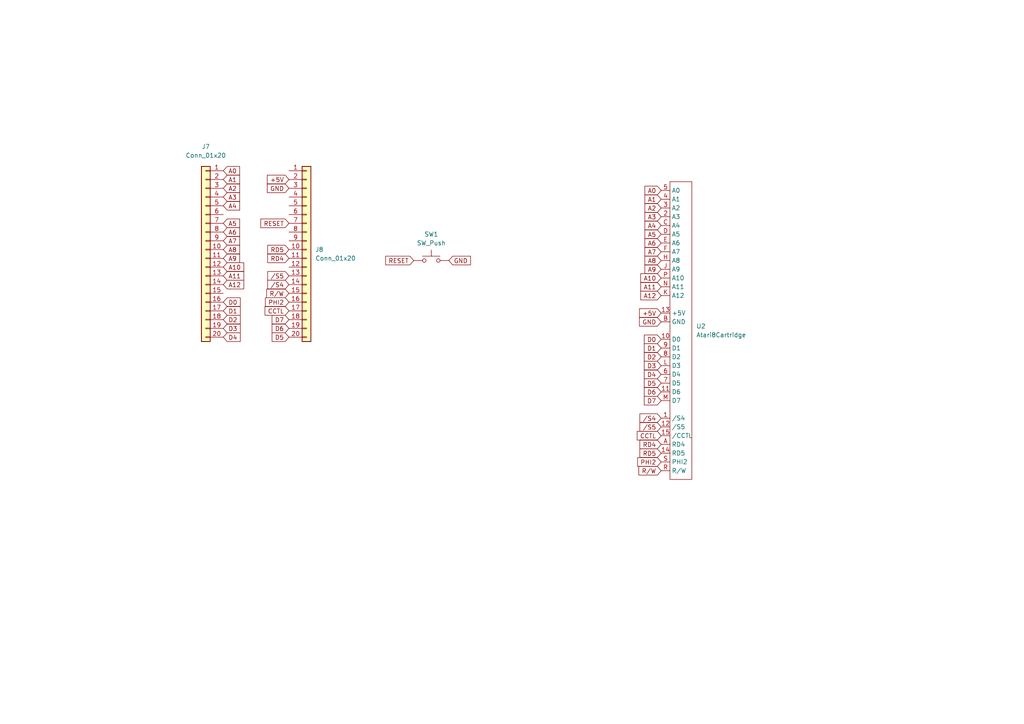
<source format=kicad_sch>
(kicad_sch (version 20211123) (generator eeschema)
  (paper "A4")
  (lib_symbols
    (symbol "Atari 8-bit Cartridge:Atari8Cartridge"
      (property "Reference" "U" (at 0 0 0))
      (property "Value" "Atari8Cartridge" (at 0 -2.54 0))
      (symbol "Atari8Cartridge_0_1"
        (rectangle (start 8.89 2.54) (end 2.54 88.9))
      )
      (symbol "Atari8Cartridge_1_1"
        (pin passive line (at 0 20.32 0) (length 2.54) (name "/S4") (number "1"))
        (pin passive line (at 0 43.18 0) (length 2.54) (name "D0") (number "10"))
        (pin passive line (at 0 27.94 0) (length 2.54) (name "D6") (number "11"))
        (pin passive line (at 0 17.78 0) (length 2.54) (name "/S5") (number "12"))
        (pin passive line (at 0 50.8 0) (length 2.54) (name "+5V") (number "13"))
        (pin passive line (at 0 10.16 0) (length 2.54) (name "RD5") (number "14"))
        (pin passive line (at 0 15.24 0) (length 2.54) (name "/CCTL") (number "15"))
        (pin passive line (at 0 78.74 0) (length 2.54) (name "A3") (number "2"))
        (pin passive line (at 0 81.28 0) (length 2.54) (name "A2") (number "3"))
        (pin passive line (at 0 83.82 0) (length 2.54) (name "A1") (number "4"))
        (pin passive line (at 0 86.36 0) (length 2.54) (name "A0") (number "5"))
        (pin passive line (at 0 33.02 0) (length 2.54) (name "D4") (number "6"))
        (pin passive line (at 0 30.48 0) (length 2.54) (name "D5") (number "7"))
        (pin passive line (at 0 38.1 0) (length 2.54) (name "D2") (number "8"))
        (pin passive line (at 0 40.64 0) (length 2.54) (name "D1") (number "9"))
        (pin passive line (at 0 12.7 0) (length 2.54) (name "RD4") (number "A"))
        (pin passive line (at 0 48.26 0) (length 2.54) (name "GND") (number "B"))
        (pin passive line (at 0 76.2 0) (length 2.54) (name "A4") (number "C"))
        (pin passive line (at 0 73.66 0) (length 2.54) (name "A5") (number "D"))
        (pin passive line (at 0 71.12 0) (length 2.54) (name "A6") (number "E"))
        (pin passive line (at 0 68.58 0) (length 2.54) (name "A7") (number "F"))
        (pin passive line (at 0 66.04 0) (length 2.54) (name "A8") (number "H"))
        (pin passive line (at 0 63.5 0) (length 2.54) (name "A9") (number "J"))
        (pin passive line (at 0 55.88 0) (length 2.54) (name "A12") (number "K"))
        (pin passive line (at 0 35.56 0) (length 2.54) (name "D3") (number "L"))
        (pin passive line (at 0 25.4 0) (length 2.54) (name "D7") (number "M"))
        (pin passive line (at 0 58.42 0) (length 2.54) (name "A11") (number "N"))
        (pin passive line (at 0 60.96 0) (length 2.54) (name "A10") (number "P"))
        (pin passive line (at 0 5.08 0) (length 2.54) (name "R/W") (number "R"))
        (pin passive line (at 0 7.62 0) (length 2.54) (name "PHI2") (number "S"))
      )
    )
    (symbol "Connector_Generic:Conn_01x20" (pin_names (offset 1.016) hide)
      (property "Reference" "J" (at 0 25.4 0))
      (property "Value" "Conn_01x20" (at 0 -27.94 0))
      (symbol "Conn_01x20_1_1"
        (rectangle (start -1.27 -25.273) (end 0 -25.527) (stroke (width 0.1524)))
        (rectangle (start -1.27 -22.733) (end 0 -22.987) (stroke (width 0.1524)))
        (rectangle (start -1.27 -20.193) (end 0 -20.447) (stroke (width 0.1524)))
        (rectangle (start -1.27 -17.653) (end 0 -17.907) (stroke (width 0.1524)))
        (rectangle (start -1.27 -15.113) (end 0 -15.367) (stroke (width 0.1524)))
        (rectangle (start -1.27 -12.573) (end 0 -12.827) (stroke (width 0.1524)))
        (rectangle (start -1.27 -10.033) (end 0 -10.287) (stroke (width 0.1524)))
        (rectangle (start -1.27 -7.493) (end 0 -7.747) (stroke (width 0.1524)))
        (rectangle (start -1.27 -4.953) (end 0 -5.207) (stroke (width 0.1524)))
        (rectangle (start -1.27 -2.413) (end 0 -2.667) (stroke (width 0.1524)))
        (rectangle (start -1.27 0.127) (end 0 -0.127) (stroke (width 0.1524)))
        (rectangle (start -1.27 2.667) (end 0 2.413) (stroke (width 0.1524)))
        (rectangle (start -1.27 5.207) (end 0 4.953) (stroke (width 0.1524)))
        (rectangle (start -1.27 7.747) (end 0 7.493) (stroke (width 0.1524)))
        (rectangle (start -1.27 10.287) (end 0 10.033) (stroke (width 0.1524)))
        (rectangle (start -1.27 12.827) (end 0 12.573) (stroke (width 0.1524)))
        (rectangle (start -1.27 15.367) (end 0 15.113) (stroke (width 0.1524)))
        (rectangle (start -1.27 17.907) (end 0 17.653) (stroke (width 0.1524)))
        (rectangle (start -1.27 20.447) (end 0 20.193) (stroke (width 0.1524)))
        (rectangle (start -1.27 22.987) (end 0 22.733) (stroke (width 0.1524)))
        (rectangle (start -1.27 24.13) (end 1.27 -26.67) (stroke (width 0.254)) (fill (type background)))
        (pin passive line (at -5.08 22.86 0) (length 3.81) (name "Pin_1") (number "1"))
        (pin passive line (at -5.08 0 0) (length 3.81) (name "Pin_10") (number "10"))
        (pin passive line (at -5.08 -2.54 0) (length 3.81) (name "Pin_11") (number "11"))
        (pin passive line (at -5.08 -5.08 0) (length 3.81) (name "Pin_12") (number "12"))
        (pin passive line (at -5.08 -7.62 0) (length 3.81) (name "Pin_13") (number "13"))
        (pin passive line (at -5.08 -10.16 0) (length 3.81) (name "Pin_14") (number "14"))
        (pin passive line (at -5.08 -12.7 0) (length 3.81) (name "Pin_15") (number "15"))
        (pin passive line (at -5.08 -15.24 0) (length 3.81) (name "Pin_16") (number "16"))
        (pin passive line (at -5.08 -17.78 0) (length 3.81) (name "Pin_17") (number "17"))
        (pin passive line (at -5.08 -20.32 0) (length 3.81) (name "Pin_18") (number "18"))
        (pin passive line (at -5.08 -22.86 0) (length 3.81) (name "Pin_19") (number "19"))
        (pin passive line (at -5.08 20.32 0) (length 3.81) (name "Pin_2") (number "2"))
        (pin passive line (at -5.08 -25.4 0) (length 3.81) (name "Pin_20") (number "20"))
        (pin passive line (at -5.08 17.78 0) (length 3.81) (name "Pin_3") (number "3"))
        (pin passive line (at -5.08 15.24 0) (length 3.81) (name "Pin_4") (number "4"))
        (pin passive line (at -5.08 12.7 0) (length 3.81) (name "Pin_5") (number "5"))
        (pin passive line (at -5.08 10.16 0) (length 3.81) (name "Pin_6") (number "6"))
        (pin passive line (at -5.08 7.62 0) (length 3.81) (name "Pin_7") (number "7"))
        (pin passive line (at -5.08 5.08 0) (length 3.81) (name "Pin_8") (number "8"))
        (pin passive line (at -5.08 2.54 0) (length 3.81) (name "Pin_9") (number "9"))
      )
    )
    (symbol "Switch:SW_Push" (pin_numbers hide) (pin_names (offset 1.016) hide)
      (property "Reference" "SW" (at 1.27 2.54 0))
      (property "Value" "SW_Push" (at 0 -1.524 0))
      (symbol "SW_Push_0_1"
        (circle (center -2.032 0) (radius 0.508))
        (polyline (pts (xy 0 1.27) (xy 0 3.048)))
        (polyline (pts (xy 2.54 1.27) (xy -2.54 1.27)))
        (circle (center 2.032 0) (radius 0.508))
        (pin passive line (at -5.08 0 0) (length 2.54) (name "1") (number "1"))
        (pin passive line (at 5.08 0 180) (length 2.54) (name "2") (number "2"))
      )
    )
  )
  (global_label "{slash}S5" (shape input) (at 191.77 123.825 180) (property "Intersheet References" "${INTERSHEET_REFS}" (effects hide)))
  (global_label "{slash}S4" (shape input) (at 83.82 82.55 180) (property "Intersheet References" "${INTERSHEET_REFS}" (effects hide)))
  (global_label "A0" (shape input) (at 191.77 55.245 180) (property "Intersheet References" "${INTERSHEET_REFS}" (effects hide)))
  (global_label "A3" (shape input) (at 64.77 57.15 0) (property "Intersheet References" "${INTERSHEET_REFS}" (effects hide)))
  (global_label "+5V" (shape input) (at 191.77 90.805 180) (property "Intersheet References" "${INTERSHEET_REFS}" (effects hide)))
  (global_label "A1" (shape input) (at 191.77 57.785 180) (property "Intersheet References" "${INTERSHEET_REFS}" (effects hide)))
  (global_label "A12" (shape input) (at 191.77 85.725 180) (property "Intersheet References" "${INTERSHEET_REFS}" (effects hide)))
  (global_label "RD4" (shape input) (at 191.77 128.905 180) (property "Intersheet References" "${INTERSHEET_REFS}" (effects hide)))
  (global_label "A7" (shape input) (at 64.77 69.85 0) (property "Intersheet References" "${INTERSHEET_REFS}" (effects hide)))
  (global_label "A5" (shape input) (at 191.77 67.945 180) (property "Intersheet References" "${INTERSHEET_REFS}" (effects hide)))
  (global_label "A10" (shape input) (at 191.77 80.645 180) (property "Intersheet References" "${INTERSHEET_REFS}" (effects hide)))
  (global_label "PHI2" (shape input) (at 191.77 133.985 180) (property "Intersheet References" "${INTERSHEET_REFS}" (effects hide)))
  (global_label "GND" (shape input) (at 130.175 75.565 0) (property "Intersheet References" "${INTERSHEET_REFS}" (effects hide)))
  (global_label "A2" (shape input) (at 64.77 54.61 0) (property "Intersheet References" "${INTERSHEET_REFS}" (effects hide)))
  (global_label "RD5" (shape input) (at 83.82 72.39 180) (property "Intersheet References" "${INTERSHEET_REFS}" (effects hide)))
  (global_label "+5V" (shape input) (at 83.82 52.07 180) (property "Intersheet References" "${INTERSHEET_REFS}" (effects hide)))
  (global_label "D1" (shape input) (at 64.77 90.17 0) (property "Intersheet References" "${INTERSHEET_REFS}" (effects hide)))
  (global_label "D7" (shape input) (at 191.77 116.205 180) (property "Intersheet References" "${INTERSHEET_REFS}" (effects hide)))
  (global_label "A9" (shape input) (at 191.77 78.105 180) (property "Intersheet References" "${INTERSHEET_REFS}" (effects hide)))
  (global_label "RESET" (shape input) (at 120.015 75.565 180) (property "Intersheet References" "${INTERSHEET_REFS}" (effects hide)))
  (global_label "A8" (shape input) (at 64.77 72.39 0) (property "Intersheet References" "${INTERSHEET_REFS}" (effects hide)))
  (global_label "D4" (shape input) (at 191.77 108.585 180) (property "Intersheet References" "${INTERSHEET_REFS}" (effects hide)))
  (global_label "PHI2" (shape input) (at 83.82 87.63 180) (property "Intersheet References" "${INTERSHEET_REFS}" (effects hide)))
  (global_label "A5" (shape input) (at 64.77 64.77 0) (property "Intersheet References" "${INTERSHEET_REFS}" (effects hide)))
  (global_label "A2" (shape input) (at 191.77 60.325 180) (property "Intersheet References" "${INTERSHEET_REFS}" (effects hide)))
  (global_label "{slash}S5" (shape input) (at 83.82 80.01 180) (property "Intersheet References" "${INTERSHEET_REFS}" (effects hide)))
  (global_label "CCTL" (shape input) (at 83.82 90.17 180) (property "Intersheet References" "${INTERSHEET_REFS}" (effects hide)))
  (global_label "A9" (shape input) (at 64.77 74.93 0) (property "Intersheet References" "${INTERSHEET_REFS}" (effects hide)))
  (global_label "RESET" (shape input) (at 83.82 64.77 180) (property "Intersheet References" "${INTERSHEET_REFS}" (effects hide)))
  (global_label "D6" (shape input) (at 83.82 95.25 180) (property "Intersheet References" "${INTERSHEET_REFS}" (effects hide)))
  (global_label "D3" (shape input) (at 64.77 95.25 0) (property "Intersheet References" "${INTERSHEET_REFS}" (effects hide)))
  (global_label "GND" (shape input) (at 191.77 93.345 180) (property "Intersheet References" "${INTERSHEET_REFS}" (effects hide)))
  (global_label "A1" (shape input) (at 64.77 52.07 0) (property "Intersheet References" "${INTERSHEET_REFS}" (effects hide)))
  (global_label "D5" (shape input) (at 83.82 97.79 180) (property "Intersheet References" "${INTERSHEET_REFS}" (effects hide)))
  (global_label "A12" (shape input) (at 64.77 82.55 0) (property "Intersheet References" "${INTERSHEET_REFS}" (effects hide)))
  (global_label "A10" (shape input) (at 64.77 77.47 0) (property "Intersheet References" "${INTERSHEET_REFS}" (effects hide)))
  (global_label "A4" (shape input) (at 191.77 65.405 180) (property "Intersheet References" "${INTERSHEET_REFS}" (effects hide)))
  (global_label "A8" (shape input) (at 191.77 75.565 180) (property "Intersheet References" "${INTERSHEET_REFS}" (effects hide)))
  (global_label "D2" (shape input) (at 191.77 103.505 180) (property "Intersheet References" "${INTERSHEET_REFS}" (effects hide)))
  (global_label "A0" (shape input) (at 64.77 49.53 0) (property "Intersheet References" "${INTERSHEET_REFS}" (effects hide)))
  (global_label "RD4" (shape input) (at 83.82 74.93 180) (property "Intersheet References" "${INTERSHEET_REFS}" (effects hide)))
  (global_label "D3" (shape input) (at 191.77 106.045 180) (property "Intersheet References" "${INTERSHEET_REFS}" (effects hide)))
  (global_label "A4" (shape input) (at 64.77 59.69 0) (property "Intersheet References" "${INTERSHEET_REFS}" (effects hide)))
  (global_label "{slash}S4" (shape input) (at 191.77 121.285 180) (property "Intersheet References" "${INTERSHEET_REFS}" (effects hide)))
  (global_label "D6" (shape input) (at 191.77 113.665 180) (property "Intersheet References" "${INTERSHEET_REFS}" (effects hide)))
  (global_label "A6" (shape input) (at 191.77 70.485 180) (property "Intersheet References" "${INTERSHEET_REFS}" (effects hide)))
  (global_label "D7" (shape input) (at 83.82 92.71 180) (property "Intersheet References" "${INTERSHEET_REFS}" (effects hide)))
  (global_label "A7" (shape input) (at 191.77 73.025 180) (property "Intersheet References" "${INTERSHEET_REFS}" (effects hide)))
  (global_label "A6" (shape input) (at 64.77 67.31 0) (property "Intersheet References" "${INTERSHEET_REFS}" (effects hide)))
  (global_label "R{slash}W" (shape input) (at 191.77 136.525 180) (property "Intersheet References" "${INTERSHEET_REFS}" (effects hide)))
  (global_label "D0" (shape input) (at 191.77 98.425 180) (property "Intersheet References" "${INTERSHEET_REFS}" (effects hide)))
  (global_label "RD5" (shape input) (at 191.77 131.445 180) (property "Intersheet References" "${INTERSHEET_REFS}" (effects hide)))
  (global_label "CCTL" (shape input) (at 191.77 126.365 180) (property "Intersheet References" "${INTERSHEET_REFS}" (effects hide)))
  (global_label "A11" (shape input) (at 191.77 83.185 180) (property "Intersheet References" "${INTERSHEET_REFS}" (effects hide)))
  (global_label "D4" (shape input) (at 64.77 97.79 0) (property "Intersheet References" "${INTERSHEET_REFS}" (effects hide)))
  (global_label "R{slash}W" (shape input) (at 83.82 85.09 180) (property "Intersheet References" "${INTERSHEET_REFS}" (effects hide)))
  (global_label "D1" (shape input) (at 191.77 100.965 180) (property "Intersheet References" "${INTERSHEET_REFS}" (effects hide)))
  (global_label "D0" (shape input) (at 64.77 87.63 0) (property "Intersheet References" "${INTERSHEET_REFS}" (effects hide)))
  (global_label "A11" (shape input) (at 64.77 80.01 0) (property "Intersheet References" "${INTERSHEET_REFS}" (effects hide)))
  (global_label "GND" (shape input) (at 83.82 54.61 180) (property "Intersheet References" "${INTERSHEET_REFS}" (effects hide)))
  (global_label "A3" (shape input) (at 191.77 62.865 180) (property "Intersheet References" "${INTERSHEET_REFS}" (effects hide)))
  (global_label "D5" (shape input) (at 191.77 111.125 180) (property "Intersheet References" "${INTERSHEET_REFS}" (effects hide)))
  (global_label "D2" (shape input) (at 64.77 92.71 0) (property "Intersheet References" "${INTERSHEET_REFS}" (effects hide)))
  (symbol (lib_id "Connector_Generic:Conn_01x20") (at 59.69 72.39 0) (mirror y) (unit 1)
    (property "Reference" "J7" (at 59.69 42.545 0))
    (property "Value" "Conn_01x20" (at 59.69 45.085 0))
    (property "Footprint" "Connector_PinSocket_2.54mm:PinSocket_1x20_P2.54mm_Vertical" (effects hide))
  )
  (symbol (lib_id "Switch:SW_Push") (at 125.095 75.565 0) (unit 1)
    (property "Reference" "SW1" (at 125.095 67.945 0))
    (property "Value" "SW_Push" (at 125.095 70.485 0))
    (property "Footprint" "Button_Switch_THT:SW_PUSH_6mm_H8mm" (effects hide))
  )
  (symbol (lib_id "Connector_Generic:Conn_01x20") (at 88.9 72.39 0) (unit 1)
    (property "Reference" "J8" (at 91.44 72.3899 0) (effects (justify left)))
    (property "Value" "Conn_01x20" (at 91.44 74.9299 0) (effects (justify left)))
    (property "Footprint" "Connector_PinSocket_2.54mm:PinSocket_1x20_P2.54mm_Vertical" (effects hide))
  )
  (symbol (lib_id "Atari 8-bit Cartridge:Atari8Cartridge") (at 191.77 141.605 0) (unit 1)
    (property "Reference" "U2" (at 201.93 94.6149 0) (effects (justify left)))
    (property "Value" "Atari8Cartridge" (at 201.93 97.1549 0) (effects (justify left)))
    (property "Footprint" "Atari 8-bit Cartridge:Atari8Cartridge" (effects hide))
  )
)
</source>
